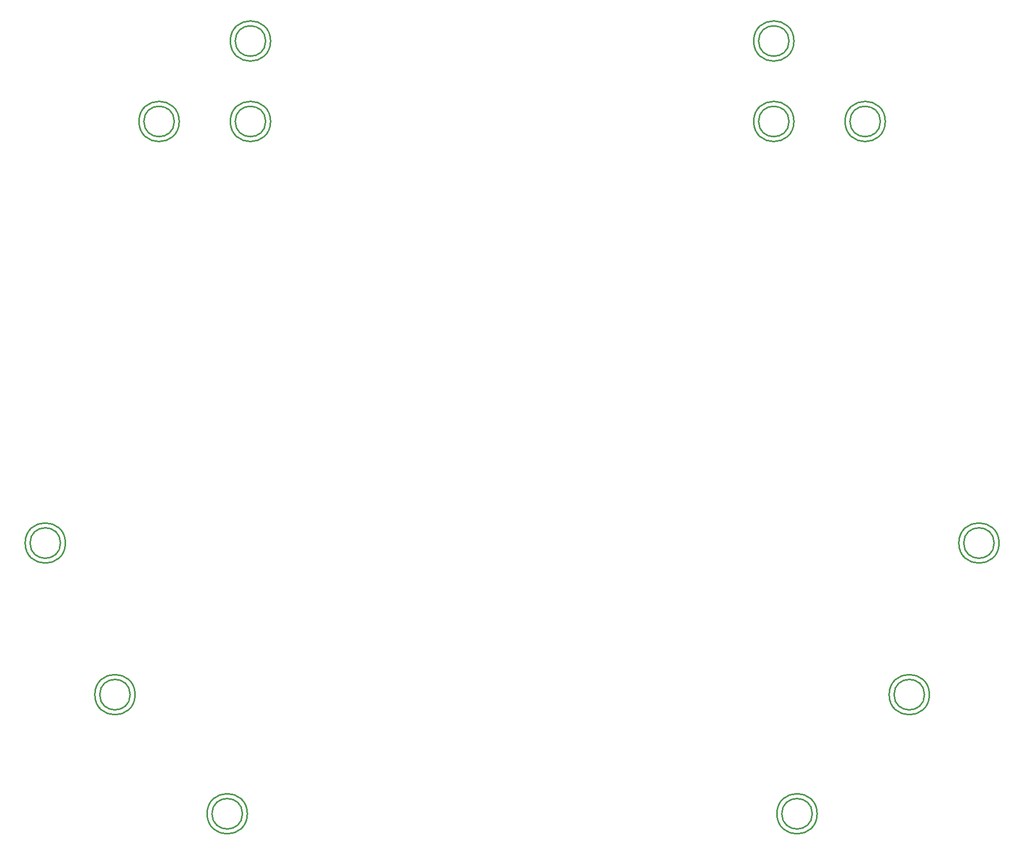
<source format=gm1>
%FSLAX25Y25*%
%MOIN*%
G70*
G01*
G75*
G04 Layer_Color=16711935*
%ADD10O,0.08661X0.02362*%
%ADD11R,0.03000X0.03543*%
%ADD12R,0.05118X0.05512*%
%ADD13R,0.05512X0.05118*%
%ADD14R,0.03543X0.03000*%
%ADD15R,0.05000X0.06693*%
%ADD16R,0.04921X0.03937*%
%ADD17R,0.08661X0.02362*%
%ADD18O,0.08661X0.02362*%
%ADD19O,0.02362X0.08661*%
%ADD20R,0.09449X0.09843*%
%ADD21C,0.01575*%
%ADD22C,0.01181*%
%ADD23C,0.00984*%
%ADD24C,0.01000*%
%ADD25C,0.03150*%
%ADD26C,0.03937*%
%ADD27C,0.02756*%
%ADD28C,0.02362*%
%ADD29C,0.00591*%
%ADD30C,0.05906*%
%ADD31R,0.05906X0.05906*%
%ADD32C,0.05118*%
%ADD33C,0.07874*%
%ADD34O,0.10236X0.07874*%
%ADD35O,0.08268X0.07874*%
%ADD36R,0.05118X0.09843*%
%ADD37O,0.05118X0.09843*%
%ADD38C,0.05500*%
%ADD39C,0.06693*%
%ADD40R,0.06299X0.06299*%
%ADD41C,0.06299*%
%ADD42C,2.75591*%
%ADD43C,0.39370*%
%ADD44C,0.19685*%
%ADD45C,0.05000*%
%ADD46C,0.01969*%
%ADD47R,0.09646X0.09843*%
%ADD48R,0.09843X0.09449*%
%ADD49R,0.02362X0.08661*%
%ADD50O,0.02362X0.08661*%
%ADD51R,0.20866X0.07087*%
%ADD52O,0.03937X0.01024*%
%ADD53O,0.01024X0.03937*%
%ADD54R,0.03937X0.01024*%
%ADD55R,0.03543X0.01575*%
%ADD56R,0.09449X0.12598*%
%ADD57R,0.06693X0.05000*%
%ADD58R,0.09843X0.14961*%
%ADD59R,0.01969X0.05512*%
%ADD60O,0.08661X0.01575*%
%ADD61R,0.08661X0.01575*%
%ADD62R,0.18110X0.09252*%
%ADD63O,0.01378X0.06299*%
%ADD64R,0.07087X0.07874*%
%ADD65R,0.03543X0.01575*%
%ADD66R,0.09843X0.09646*%
%ADD67R,0.03937X0.04921*%
%ADD68O,0.02165X0.07874*%
%ADD69R,0.15000X0.19685*%
%ADD70R,0.01575X0.03543*%
%ADD71R,0.06000X0.06299*%
%ADD72R,0.06299X0.06000*%
%ADD73C,0.00787*%
%ADD74C,0.00141*%
%ADD75C,0.01378*%
%ADD76C,0.01200*%
%ADD77O,0.09461X0.03162*%
%ADD78R,0.03800X0.04343*%
%ADD79R,0.05918X0.06312*%
%ADD80R,0.06312X0.05918*%
%ADD81R,0.04343X0.03800*%
%ADD82R,0.05800X0.07493*%
%ADD83R,0.05721X0.04737*%
%ADD84R,0.09461X0.03162*%
%ADD85O,0.09461X0.03162*%
%ADD86O,0.03162X0.09461*%
%ADD87R,0.10249X0.10642*%
%ADD88C,0.06706*%
%ADD89R,0.06706X0.06706*%
%ADD90C,0.05918*%
%ADD91C,0.08674*%
%ADD92O,0.11036X0.08674*%
%ADD93O,0.09068X0.08674*%
%ADD94R,0.05918X0.10642*%
%ADD95O,0.05918X0.10642*%
%ADD96C,0.06300*%
%ADD97C,0.07493*%
%ADD98R,0.07099X0.07099*%
%ADD99C,0.07099*%
%ADD100C,2.76391*%
%ADD101C,0.40170*%
%ADD102C,0.20485*%
%ADD103C,0.05800*%
%ADD104R,0.10446X0.10642*%
%ADD105R,0.10642X0.10249*%
%ADD106R,0.03162X0.09461*%
%ADD107O,0.03162X0.09461*%
%ADD108R,0.21666X0.07887*%
%ADD109O,0.04737X0.01824*%
%ADD110O,0.01824X0.04737*%
%ADD111R,0.04737X0.01824*%
%ADD112R,0.04343X0.02375*%
%ADD113R,0.10249X0.13398*%
%ADD114R,0.07493X0.05800*%
%ADD115O,0.09461X0.02375*%
%ADD116R,0.09461X0.02375*%
%ADD117R,0.18910X0.10052*%
%ADD118O,0.02178X0.07099*%
%ADD119R,0.07887X0.08674*%
%ADD120R,0.04343X0.02375*%
%ADD121R,0.10642X0.10446*%
%ADD122R,0.04737X0.05721*%
%ADD123O,0.02965X0.08674*%
%ADD124R,0.15800X0.20485*%
%ADD125R,0.02375X0.04343*%
%ADD126R,0.06800X0.07099*%
%ADD127R,0.07099X0.06800*%
%ADD128C,0.00394*%
%ADD129C,0.00800*%
%ADD130C,0.00150*%
%ADD131C,0.00500*%
D24*
X-291657Y-68500D02*
G03*
X-291657Y-68500I-9843J0D01*
G01*
X-288508D02*
G03*
X-288508Y-68500I-12992J0D01*
G01*
X-246657Y-166500D02*
G03*
X-246657Y-166500I-9843J0D01*
G01*
X-243508D02*
G03*
X-243508Y-166500I-12992J0D01*
G01*
X-174158Y-243500D02*
G03*
X-174158Y-243500I-9843J0D01*
G01*
X-171008D02*
G03*
X-171008Y-243500I-12992J0D01*
G01*
X193842D02*
G03*
X193842Y-243500I-9843J0D01*
G01*
X196992D02*
G03*
X196992Y-243500I-12992J0D01*
G01*
X311343Y-68500D02*
G03*
X311343Y-68500I-9843J0D01*
G01*
X314492D02*
G03*
X314492Y-68500I-12992J0D01*
G01*
X237842Y204000D02*
G03*
X237842Y204000I-9843J0D01*
G01*
X240992D02*
G03*
X240992Y204000I-12992J0D01*
G01*
X178842D02*
G03*
X178842Y204000I-9843J0D01*
G01*
X181992D02*
G03*
X181992Y204000I-12992J0D01*
G01*
X178842Y256000D02*
G03*
X178842Y256000I-9843J0D01*
G01*
X181992D02*
G03*
X181992Y256000I-12992J0D01*
G01*
X-159158D02*
G03*
X-159158Y256000I-9843J0D01*
G01*
X-156008D02*
G03*
X-156008Y256000I-12992J0D01*
G01*
X-159158Y204000D02*
G03*
X-159158Y204000I-9843J0D01*
G01*
X-156008D02*
G03*
X-156008Y204000I-12992J0D01*
G01*
X-218158D02*
G03*
X-218158Y204000I-9843J0D01*
G01*
X-215008D02*
G03*
X-215008Y204000I-12992J0D01*
G01*
X266342Y-166500D02*
G03*
X266342Y-166500I-9843J0D01*
G01*
X269492D02*
G03*
X269492Y-166500I-12992J0D01*
G01*
M02*

</source>
